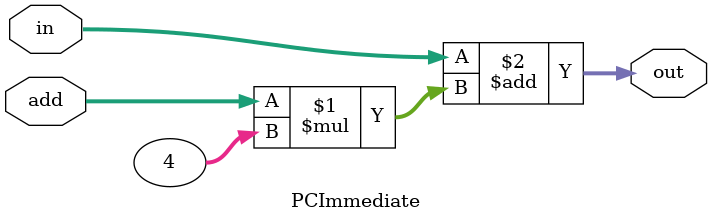
<source format=v>
`timescale 1ns / 1ps


module PCImmediate(
    input [31:0] in,
    input [31:0] add,
    output [31:0] out
    );
    // << 2
    assign out = in + (add * 4);
endmodule

</source>
